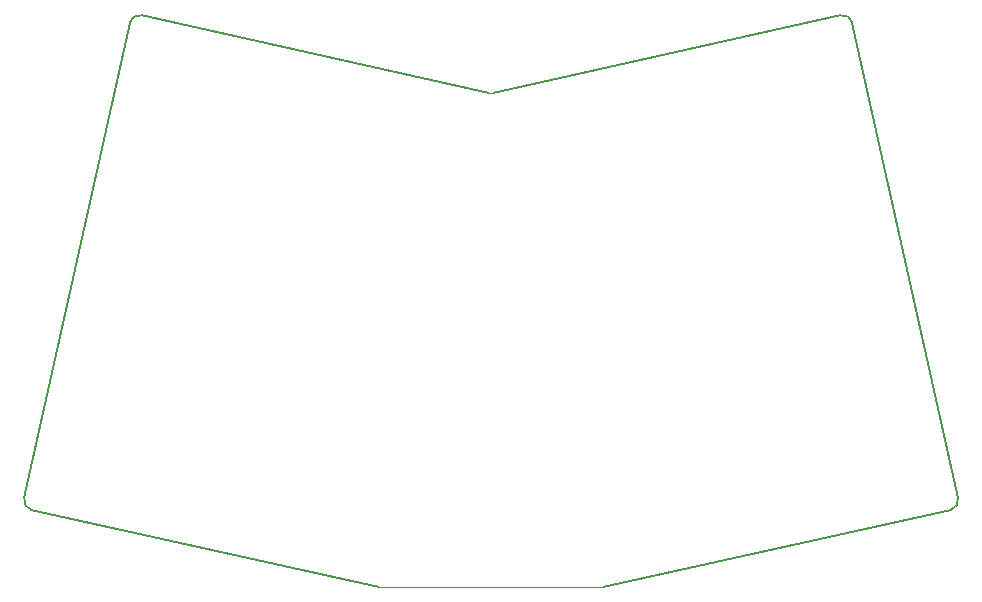
<source format=gbr>
%TF.GenerationSoftware,KiCad,Pcbnew,7.0.1-0*%
%TF.CreationDate,2023-05-03T10:27:22+09:00*%
%TF.ProjectId,centerjoint-0cm-wSwitch,63656e74-6572-46a6-9f69-6e742d30636d,rev?*%
%TF.SameCoordinates,Original*%
%TF.FileFunction,Profile,NP*%
%FSLAX46Y46*%
G04 Gerber Fmt 4.6, Leading zero omitted, Abs format (unit mm)*
G04 Created by KiCad (PCBNEW 7.0.1-0) date 2023-05-03 10:27:22*
%MOMM*%
%LPD*%
G01*
G04 APERTURE LIST*
%TA.AperFunction,Profile*%
%ADD10C,0.150000*%
%TD*%
%TA.AperFunction,Profile*%
%ADD11C,0.100000*%
%TD*%
G04 APERTURE END LIST*
D10*
X56091913Y-20820092D02*
X85539443Y-14291732D01*
D11*
X46426617Y-62666585D02*
X65369057Y-62666580D01*
D10*
X26256251Y-14291647D02*
G75*
G03*
X25309498Y-14894873I-171851J-774853D01*
G01*
X16375974Y-55191496D02*
G75*
G03*
X16979087Y-56138224I774926J-171804D01*
G01*
X26256231Y-14291737D02*
X55703761Y-20820097D01*
X94816598Y-56138270D02*
G75*
G03*
X95419722Y-55191486I-171698J774870D01*
G01*
X16375951Y-55191491D02*
X25309497Y-14894873D01*
X86486237Y-14894855D02*
G75*
G03*
X85539443Y-14291732I-774837J-171645D01*
G01*
X86486177Y-14894868D02*
X95419723Y-55191486D01*
D11*
X55703761Y-20820097D02*
X56091913Y-20820092D01*
D10*
X94816587Y-56138220D02*
X65369057Y-62666580D01*
X46426617Y-62666585D02*
X16979087Y-56138224D01*
M02*

</source>
